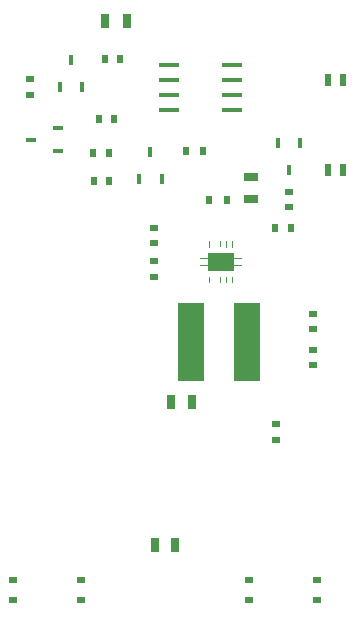
<source format=gbr>
G04 DipTrace 2.4.0.2*
%INTopPaste.gbr*%
%MOMM*%
%ADD52R,0.56X1.07*%
%ADD54R,0.85X0.45*%
%ADD56R,0.8X0.5*%
%ADD58R,2.3X6.6*%
%ADD60R,1.8X0.4*%
%ADD64R,0.65X1.2*%
%ADD66R,0.45X0.85*%
%ADD68R,0.6X0.7*%
%ADD70R,1.2X0.75*%
%ADD76R,0.75X1.2*%
%ADD78R,0.7X0.6*%
%FSLAX53Y53*%
G04*
G71*
G90*
G75*
G01*
%LNTopPaste*%
%LPD*%
D78*
X70058Y77728D3*
Y76428D3*
D76*
X61906Y59946D3*
X60056D3*
D70*
X66855Y77120D3*
Y78970D3*
D76*
X54499Y92175D3*
X56349D3*
D68*
X64819Y77093D3*
X63319D3*
X61326Y81220D3*
X62826D3*
D66*
X50689Y86618D3*
X52589D3*
X51639Y88918D3*
D64*
X60455Y47880D3*
X58705D3*
D66*
X71047Y81897D3*
X69147D3*
X70097Y79597D3*
G36*
X64859Y73070D2*
X64853Y73041D1*
X64843Y73028D1*
X64837Y73024D1*
X64819Y73021D1*
X64801Y73025D1*
X64795Y73028D1*
X64785Y73041D1*
X64779Y73070D1*
Y73544D1*
X64859D1*
Y73070D1*
G37*
G36*
X64359D2*
X64353Y73041D1*
X64343Y73028D1*
X64337Y73024D1*
X64319Y73021D1*
X64301Y73025D1*
X64295Y73028D1*
X64285Y73041D1*
X64279Y73070D1*
Y73544D1*
X64359D1*
Y73070D1*
G37*
G36*
X63859D2*
X63853Y73041D1*
X63843Y73028D1*
X63837Y73024D1*
X63819Y73021D1*
X63801Y73025D1*
X63795Y73028D1*
X63785Y73041D1*
X63779Y73070D1*
Y73544D1*
X63859D1*
Y73070D1*
G37*
G36*
X63359D2*
X63353Y73041D1*
X63343Y73028D1*
X63337Y73024D1*
X63319Y73021D1*
X63301Y73025D1*
X63295Y73028D1*
X63285Y73041D1*
X63279Y73070D1*
Y73544D1*
X63359D1*
Y73070D1*
G37*
G36*
X63279Y70495D2*
X63286Y70524D1*
X63295Y70536D1*
X63302Y70540D1*
X63319Y70543D1*
X63337Y70540D1*
X63343Y70536D1*
X63353Y70524D1*
X63359Y70495D1*
Y70020D1*
X63279D1*
Y70495D1*
G37*
G36*
X63779D2*
X63786Y70524D1*
X63795Y70536D1*
X63802Y70540D1*
X63819Y70543D1*
X63837Y70540D1*
X63843Y70536D1*
X63853Y70524D1*
X63859Y70495D1*
Y70020D1*
X63779D1*
Y70495D1*
G37*
G36*
X64279D2*
X64286Y70524D1*
X64295Y70536D1*
X64302Y70540D1*
X64319Y70543D1*
X64337Y70540D1*
X64343Y70536D1*
X64353Y70524D1*
X64359Y70495D1*
Y70020D1*
X64279D1*
Y70495D1*
G37*
G36*
X64779D2*
X64786Y70524D1*
X64795Y70536D1*
X64802Y70540D1*
X64819Y70543D1*
X64837Y70540D1*
X64843Y70536D1*
X64853Y70524D1*
X64859Y70495D1*
Y70020D1*
X64779D1*
Y70495D1*
G37*
G36*
X65279D2*
X65286Y70524D1*
X65295Y70536D1*
X65302Y70540D1*
X65319Y70543D1*
X65337Y70540D1*
X65343Y70536D1*
X65353Y70524D1*
X65359Y70495D1*
Y70020D1*
X65279D1*
Y70495D1*
G37*
G36*
X65419Y72532D2*
X63219D1*
Y72127D1*
X62519D1*
Y72047D1*
X63219D1*
Y71567D1*
X62519D1*
Y71487D1*
X63219D1*
Y71082D1*
X65419D1*
Y71487D1*
X66119D1*
Y71567D1*
X65419D1*
Y72047D1*
X66119D1*
Y72127D1*
X65419D1*
Y72532D1*
G37*
G36*
X65359Y73070D2*
X65353Y73041D1*
X65343Y73028D1*
X65337Y73024D1*
X65319Y73021D1*
X65301Y73025D1*
X65295Y73028D1*
X65285Y73041D1*
X65279Y73070D1*
Y73544D1*
X65359D1*
Y73070D1*
G37*
D60*
X65296Y84713D3*
Y85983D3*
Y87253D3*
Y88523D3*
X59896D3*
Y87253D3*
Y85983D3*
Y84713D3*
D58*
X61803Y65026D3*
X66565D3*
D66*
X57399Y78803D3*
X59299D3*
X58349Y81103D3*
D78*
X72123Y64391D3*
Y63091D3*
Y67408D3*
Y66108D3*
D68*
X54008Y83904D3*
X55308D3*
X54499Y89000D3*
X55799D3*
X54832Y78695D3*
X53532D3*
D78*
X68947Y58070D3*
Y56770D3*
D68*
X70230Y74655D3*
X68930D3*
D56*
X66730Y44911D3*
Y43211D3*
X72430Y44911D3*
Y43211D3*
X46730Y44863D3*
Y43163D3*
X52430Y44863D3*
Y43163D3*
D54*
X50530Y81220D3*
Y83120D3*
X48230Y82170D3*
D78*
X48149Y85983D3*
Y87283D3*
D68*
X54817Y81062D3*
X53517D3*
D52*
X73393Y79633D3*
X74663D3*
Y87253D3*
X73393D3*
D78*
X58627Y71854D3*
Y70554D3*
X58643Y73426D3*
Y74726D3*
M02*

</source>
